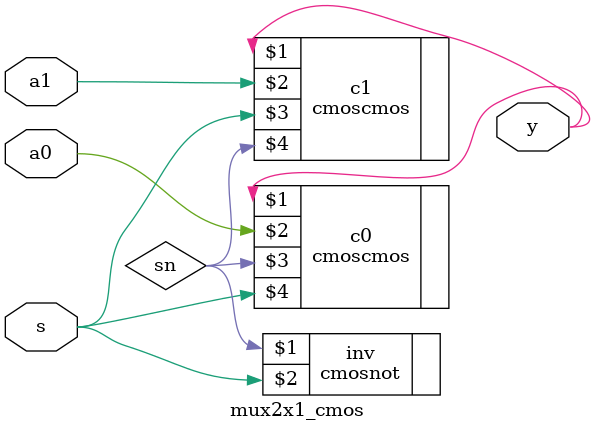
<source format=v>
/************************************************
  The Verilog HDL code example is from the book
  Computer Principles and Design in Verilog HDL
  by Yamin Li, published by A JOHN WILEY & SONS
************************************************/
module mux2x1_cmos (a0, a1, s, y);     // multiplexer using cmos transistors
    input  s, a0, a1;                  // inputs
    output y;                          // output
    wire   sn;                         // internal wire, output of cmosnot
    // cmosnot  (f,  a);               // a cmos invert: (out, in)
    cmosnot inv (sn, s);
    // cmoscmos (drain, source, n_gate, p_gate);
    cmoscmos c0 (y,     a0,     sn,     s);
    cmoscmos c1 (y,     a1,     s,      sn);
endmodule

</source>
